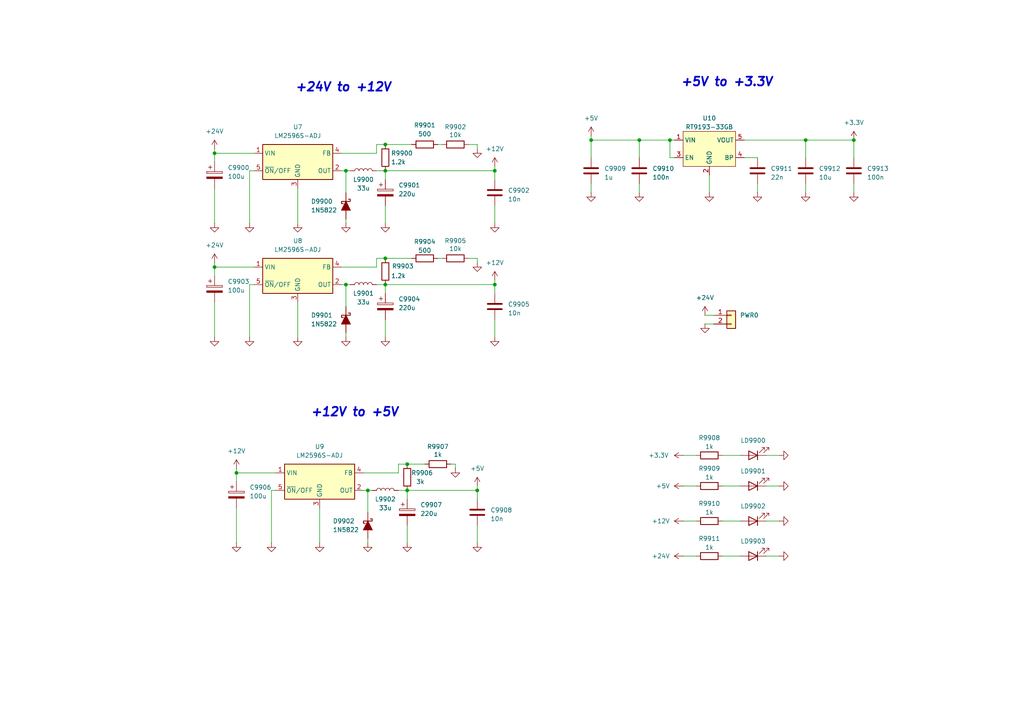
<source format=kicad_sch>
(kicad_sch (version 20250114) (generator "eeschema") (generator_version "9.0")
  (paper "A4")
  (title_block (company "Филимонов и К") (comment 1 "Питание") (comment 2 "Филимонов С.В.") (comment 3 "Семеренко Д.А.") (comment 4 "Тищенко Л.А."))
  (lib_symbols
    (symbol "Connector_Generic:Conn_01x02" (pin_names (offset 1.016) (hide yes))
      (property "Reference" "J" (at 0 2.54 0))
      (property "Value" "Conn_01x02" (at 0 -5.08 0))
      (symbol "Conn_01x02_1_1"
        (rectangle (start -1.27 1.27) (end 1.27 -3.81) (stroke (width 0.254)) (fill (type background)))
        (rectangle (start -1.27 0.127) (end 0 -0.127) (stroke (width 0.1524)))
        (rectangle (start -1.27 -2.413) (end 0 -2.667) (stroke (width 0.1524)))
        (pin passive line (at -5.08 0 0) (length 3.81) (name "Pin_1") (number "1"))
        (pin passive line (at -5.08 -2.54 0) (length 3.81) (name "Pin_2") (number "2"))
      )
    )
    (symbol "Device:C" (pin_numbers (hide yes)) (pin_names (offset 0.254))
      (property "Reference" "C" (at 0.635 2.54 0))
      (property "Value" "C" (at 0.635 -2.54 0))
      (symbol "C_0_1"
        (polyline (pts (xy -2.032 0.762) (xy 2.032 0.762)) (stroke (width 0.508)))
        (polyline (pts (xy -2.032 -0.762) (xy 2.032 -0.762)) (stroke (width 0.508)))
      )
      (symbol "C_1_1"
        (pin passive line (at 0 3.81 270) (length 2.794) (name "~") (number "1"))
        (pin passive line (at 0 -3.81 90) (length 2.794) (name "~") (number "2"))
      )
    )
    (symbol "Device:C_Polarized" (pin_numbers (hide yes)) (pin_names (offset 0.254))
      (property "Reference" "C" (at 0.635 2.54 0))
      (property "Value" "C_Polarized" (at 0.635 -2.54 0))
      (symbol "C_Polarized_0_1"
        (rectangle (start -2.286 0.508) (end 2.286 1.016))
        (polyline (pts (xy -1.778 2.286) (xy -0.762 2.286)))
        (polyline (pts (xy -1.27 2.794) (xy -1.27 1.778)))
        (rectangle (start 2.286 -0.508) (end -2.286 -1.016) (fill (type outline)))
      )
      (symbol "C_Polarized_1_1"
        (pin passive line (at 0 3.81 270) (length 2.794) (name "~") (number "1"))
        (pin passive line (at 0 -3.81 90) (length 2.794) (name "~") (number "2"))
      )
    )
    (symbol "Device:L" (pin_numbers (hide yes)) (pin_names (offset 1.016) (hide yes))
      (property "Reference" "L" (at -1.27 0 90))
      (property "Value" "L" (at 1.905 0 90))
      (symbol "L_0_1"
        (arc (start 0 2.54) (mid 0.6323 1.905) (end 0 1.27))
        (arc (start 0 1.27) (mid 0.6323 0.635) (end 0 0))
        (arc (start 0 0) (mid 0.6323 -0.635) (end 0 -1.27))
        (arc (start 0 -1.27) (mid 0.6323 -1.905) (end 0 -2.54))
      )
      (symbol "L_1_1"
        (pin passive line (at 0 3.81 270) (length 1.27) (name "1") (number "1"))
        (pin passive line (at 0 -3.81 90) (length 1.27) (name "2") (number "2"))
      )
    )
    (symbol "Device:LED" (pin_numbers (hide yes)) (pin_names (offset 1.016) (hide yes))
      (property "Reference" "D" (at 0 2.54 0))
      (property "Value" "LED" (at 0 -2.54 0))
      (symbol "LED_0_1"
        (polyline (pts (xy -3.048 -0.762) (xy -4.572 -2.286) (xy -3.81 -2.286) (xy -4.572 -2.286) (xy -4.572 -1.524)))
        (polyline (pts (xy -1.778 -0.762) (xy -3.302 -2.286) (xy -2.54 -2.286) (xy -3.302 -2.286) (xy -3.302 -1.524)))
        (polyline (pts (xy -1.27 0) (xy 1.27 0)))
        (polyline (pts (xy -1.27 -1.27) (xy -1.27 1.27)) (stroke (width 0.254)))
        (polyline (pts (xy 1.27 -1.27) (xy 1.27 1.27) (xy -1.27 0) (xy 1.27 -1.27)) (stroke (width 0.254)))
      )
      (symbol "LED_1_1"
        (pin passive line (at -3.81 0 0) (length 2.54) (name "K") (number "1"))
        (pin passive line (at 3.81 0 180) (length 2.54) (name "A") (number "2"))
      )
    )
    (symbol "Device:R" (pin_numbers (hide yes)) (pin_names (offset 0))
      (property "Reference" "R" (at 2.032 0 90))
      (property "Value" "R" (at 0 0 90))
      (symbol "R_0_1"
        (rectangle (start -1.016 -2.54) (end 1.016 2.54) (stroke (width 0.254)))
      )
      (symbol "R_1_1"
        (pin passive line (at 0 3.81 270) (length 1.27) (name "~") (number "1"))
        (pin passive line (at 0 -3.81 90) (length 1.27) (name "~") (number "2"))
      )
    )
    (symbol "PCM_Diode_Schottky_AKL:1N5822" (pin_numbers (hide yes)) (pin_names (offset 1.016) (hide yes))
      (property "Reference" "D" (at 0 5.08 0))
      (property "Value" "1N5822" (at 0 2.54 0))
      (symbol "1N5822_0_1"
        (polyline (pts (xy -1.27 0) (xy 1.27 0)))
        (polyline (pts (xy -1.27 -1.27) (xy -1.27 1.27) (xy 1.27 0) (xy -1.27 -1.27)) (stroke (width 0.254)) (fill (type outline)))
        (polyline (pts (xy 1.905 -0.762) (xy 1.905 -1.27) (xy 1.27 -1.27) (xy 1.27 1.27) (xy 0.635 1.27) (xy 0.635 0.762)) (stroke (width 0.254)))
      )
      (symbol "1N5822_0_2"
        (polyline (pts (xy -2.54 -2.54) (xy 2.54 2.54)))
        (polyline (pts (xy -0.889 -0.889) (xy -1.778 0) (xy 0.889 0.889) (xy 0 -1.778) (xy -0.889 -0.889)) (stroke (width 0.254)) (fill (type outline)))
        (polyline (pts (xy 0 1.778) (xy 1.778 0)) (stroke (width 0.254)))
        (polyline (pts (xy 0 1.778) (xy -0.381 1.397) (xy 0 1.016)) (stroke (width 0.254)))
        (polyline (pts (xy 1.778 0) (xy 2.159 0.381) (xy 1.778 0.762)) (stroke (width 0.254)))
      )
      (symbol "1N5822_1_1"
        (pin passive line (at -3.81 0 0) (length 2.54) (name "A") (number "2"))
        (pin passive line (at 3.81 0 180) (length 2.54) (name "K") (number "1"))
      )
      (symbol "1N5822_1_2"
        (pin passive line (at -2.54 -2.54 0) (length 0) (name "A") (number "2"))
        (pin passive line (at 2.54 2.54 180) (length 0) (name "K") (number "1"))
      )
    )
    (symbol "Regulator_Switching:LM2596S-ADJ"
      (property "Reference" "U" (at -10.16 6.35 0))
      (property "Value" "LM2596S-ADJ" (at 0 6.35 0))
      (symbol "LM2596S-ADJ_0_1"
        (rectangle (start -10.16 5.08) (end 10.16 -5.08) (stroke (width 0.254)) (fill (type background)))
      )
      (symbol "LM2596S-ADJ_1_1"
        (pin power_in line (at -12.7 2.54 0) (length 2.54) (name "VIN") (number "1"))
        (pin input line (at -12.7 -2.54 0) (length 2.54) (name "~{ON}/OFF") (number "5"))
        (pin power_in line (at 0 -7.62 90) (length 2.54) (name "GND") (number "3"))
        (pin input line (at 12.7 2.54 180) (length 2.54) (name "FB") (number "4"))
        (pin output line (at 12.7 -2.54 180) (length 2.54) (name "OUT") (number "2"))
      )
    )
    (symbol "myLibrary:RT9193"
      (property "Reference" "U" (at 0 8.89 0))
      (property "Value" "RT9193" (at 0 6.35 0))
      (symbol "RT9193_0_1"
        (rectangle (start -7.62 5.08) (end 7.62 -5.08) (fill (type background)))
      )
      (symbol "RT9193_1_1"
        (pin power_in line (at -10.16 2.54 0) (length 2.54) (name "VIN") (number "1"))
        (pin input line (at -10.16 -2.54 0) (length 2.54) (name "EN") (number "3"))
        (pin power_in line (at 0 -7.62 90) (length 2.54) (name "GND") (number "2"))
        (pin power_out line (at 10.16 2.54 180) (length 2.54) (name "VOUT") (number "5"))
        (pin input line (at 10.16 -2.54 180) (length 2.54) (name "BP") (number "4"))
      )
    )
    (symbol "power:+12V" (power) (pin_numbers (hide yes)) (pin_names (offset 0) (hide yes))
      (property "Value" "+12V" (at 0 3.556 0))
      (symbol "+12V_0_1"
        (polyline (pts (xy -0.762 1.27) (xy 0 2.54)))
        (polyline (pts (xy 0 2.54) (xy 0.762 1.27)))
        (polyline (pts (xy 0 0) (xy 0 2.54)))
      )
      (symbol "+12V_1_1"
        (pin power_in line (at 0 0 90) (length 0) (name "~") (number "1"))
      )
    )
    (symbol "power:+24V" (power) (pin_numbers (hide yes)) (pin_names (offset 0) (hide yes))
      (property "Value" "+24V" (at 0 3.556 0))
      (symbol "+24V_0_1"
        (polyline (pts (xy -0.762 1.27) (xy 0 2.54)))
        (polyline (pts (xy 0 2.54) (xy 0.762 1.27)))
        (polyline (pts (xy 0 0) (xy 0 2.54)))
      )
      (symbol "+24V_1_1"
        (pin power_in line (at 0 0 90) (length 0) (name "~") (number "1"))
      )
    )
    (symbol "power:+3.3V" (power) (pin_numbers (hide yes)) (pin_names (offset 0) (hide yes))
      (property "Value" "+3.3V" (at 0 3.556 0))
      (symbol "+3.3V_0_1"
        (polyline (pts (xy -0.762 1.27) (xy 0 2.54)))
        (polyline (pts (xy 0 2.54) (xy 0.762 1.27)))
        (polyline (pts (xy 0 0) (xy 0 2.54)))
      )
      (symbol "+3.3V_1_1"
        (pin power_in line (at 0 0 90) (length 0) (name "~") (number "1"))
      )
    )
    (symbol "power:+5V" (power) (pin_numbers (hide yes)) (pin_names (offset 0) (hide yes))
      (property "Value" "+5V" (at 0 3.556 0))
      (symbol "+5V_0_1"
        (polyline (pts (xy -0.762 1.27) (xy 0 2.54)))
        (polyline (pts (xy 0 2.54) (xy 0.762 1.27)))
        (polyline (pts (xy 0 0) (xy 0 2.54)))
      )
      (symbol "+5V_1_1"
        (pin power_in line (at 0 0 90) (length 0) (name "~") (number "1"))
      )
    )
    (symbol "power:GND" (power) (pin_numbers (hide yes)) (pin_names (offset 0) (hide yes))
      (property "Value" "GND" (at 0 -3.81 0))
      (symbol "GND_0_1"
        (polyline (pts (xy 0 0) (xy 0 -1.27) (xy 1.27 -1.27) (xy 0 -2.54) (xy -1.27 -1.27) (xy 0 -1.27)))
      )
      (symbol "GND_1_1"
        (pin power_in line (at 0 0 270) (length 0) (name "~") (number "1"))
      )
    )
  )
  (text "+12V to +5V" (at 102.87 119.634 0) (effects (font (size 2.5 2.5) (thickness 0.5) (bold yes) (italic yes))))
  (text "+5V to +3.3V" (at 210.82 23.876 0) (effects (font (size 2.5 2.5) (thickness 0.5) (bold yes) (italic yes))))
  (text "+24V to +12V" (at 99.568 25.4 0) (effects (font (size 2.5 2.5) (thickness 0.5) (bold yes) (italic yes))))
  (junction (at 233.68 40.64))
  (junction (at 118.11 142.24))
  (junction (at 106.68 142.24))
  (junction (at 111.76 74.93))
  (junction (at 171.45 40.64))
  (junction (at 111.76 49.53))
  (junction (at 62.23 44.45))
  (junction (at 100.33 49.53))
  (junction (at 111.76 41.91))
  (junction (at 143.51 82.55))
  (junction (at 100.33 82.55))
  (junction (at 194.31 40.64))
  (junction (at 138.43 142.24))
  (junction (at 247.65 40.64))
  (junction (at 143.51 49.53))
  (junction (at 62.23 77.47))
  (junction (at 68.58 137.16))
  (junction (at 118.11 134.62))
  (junction (at 185.42 40.64))
  (junction (at 111.76 82.55))
  (wire (pts (xy 222.25 161.29) (xy 226.06 161.29)))
  (wire (pts (xy 127 41.91) (xy 128.27 41.91)))
  (wire (pts (xy 209.55 132.08) (xy 214.63 132.08)))
  (wire (pts (xy 111.76 82.55) (xy 143.51 82.55)))
  (wire (pts (xy 171.45 40.64) (xy 171.45 45.72)))
  (wire (pts (xy 138.43 74.93) (xy 135.89 74.93)))
  (wire (pts (xy 143.51 85.09) (xy 143.51 82.55)))
  (wire (pts (xy 111.76 74.93) (xy 119.38 74.93)))
  (wire (pts (xy 143.51 81.28) (xy 143.51 82.55)))
  (wire (pts (xy 138.43 144.78) (xy 138.43 142.24)))
  (wire (pts (xy 233.68 40.64) (xy 247.65 40.64)))
  (wire (pts (xy 115.57 142.24) (xy 118.11 142.24)))
  (wire (pts (xy 171.45 39.37) (xy 171.45 40.64)))
  (wire (pts (xy 111.76 92.71) (xy 111.76 97.79)))
  (wire (pts (xy 209.55 151.13) (xy 214.63 151.13)))
  (wire (pts (xy 138.43 41.91) (xy 135.89 41.91)))
  (wire (pts (xy 100.33 63.5) (xy 100.33 64.77)))
  (wire (pts (xy 73.66 77.47) (xy 62.23 77.47)))
  (wire (pts (xy 219.71 53.34) (xy 219.71 55.88)))
  (wire (pts (xy 72.39 49.53) (xy 72.39 64.77)))
  (wire (pts (xy 111.76 41.91) (xy 119.38 41.91)))
  (wire (pts (xy 215.9 40.64) (xy 233.68 40.64)))
  (wire (pts (xy 106.68 142.24) (xy 107.95 142.24)))
  (wire (pts (xy 198.12 140.97) (xy 201.93 140.97)))
  (wire (pts (xy 115.57 137.16) (xy 115.57 134.62)))
  (wire (pts (xy 185.42 53.34) (xy 185.42 55.88)))
  (wire (pts (xy 68.58 137.16) (xy 80.01 137.16)))
  (wire (pts (xy 106.68 156.21) (xy 106.68 157.48)))
  (wire (pts (xy 198.12 151.13) (xy 201.93 151.13)))
  (wire (pts (xy 205.74 50.8) (xy 205.74 55.88)))
  (wire (pts (xy 115.57 134.62) (xy 118.11 134.62)))
  (wire (pts (xy 138.43 76.2) (xy 138.43 74.93)))
  (wire (pts (xy 100.33 49.53) (xy 99.06 49.53)))
  (wire (pts (xy 62.23 77.47) (xy 62.23 80.01)))
  (wire (pts (xy 171.45 40.64) (xy 185.42 40.64)))
  (wire (pts (xy 247.65 40.64) (xy 247.65 45.72)))
  (wire (pts (xy 127 74.93) (xy 128.27 74.93)))
  (wire (pts (xy 194.31 45.72) (xy 195.58 45.72)))
  (wire (pts (xy 194.31 40.64) (xy 195.58 40.64)))
  (wire (pts (xy 105.41 137.16) (xy 115.57 137.16)))
  (wire (pts (xy 198.12 132.08) (xy 201.93 132.08)))
  (wire (pts (xy 68.58 147.32) (xy 68.58 157.48)))
  (wire (pts (xy 68.58 137.16) (xy 68.58 139.7)))
  (wire (pts (xy 109.22 49.53) (xy 111.76 49.53)))
  (wire (pts (xy 194.31 40.64) (xy 194.31 45.72)))
  (wire (pts (xy 143.51 92.71) (xy 143.51 97.79)))
  (wire (pts (xy 62.23 44.45) (xy 62.23 46.99)))
  (wire (pts (xy 109.22 74.93) (xy 111.76 74.93)))
  (wire (pts (xy 209.55 140.97) (xy 214.63 140.97)))
  (wire (pts (xy 111.76 49.53) (xy 143.51 49.53)))
  (wire (pts (xy 86.36 54.61) (xy 86.36 64.77)))
  (wire (pts (xy 118.11 142.24) (xy 138.43 142.24)))
  (wire (pts (xy 100.33 96.52) (xy 100.33 97.79)))
  (wire (pts (xy 143.51 48.26) (xy 143.51 49.53)))
  (wire (pts (xy 247.65 53.34) (xy 247.65 55.88)))
  (wire (pts (xy 100.33 49.53) (xy 101.6 49.53)))
  (wire (pts (xy 118.11 152.4) (xy 118.11 157.48)))
  (wire (pts (xy 62.23 87.63) (xy 62.23 97.79)))
  (wire (pts (xy 143.51 59.69) (xy 143.51 64.77)))
  (wire (pts (xy 73.66 44.45) (xy 62.23 44.45)))
  (wire (pts (xy 111.76 59.69) (xy 111.76 64.77)))
  (wire (pts (xy 171.45 53.34) (xy 171.45 55.88)))
  (wire (pts (xy 219.71 45.72) (xy 215.9 45.72)))
  (wire (pts (xy 72.39 49.53) (xy 73.66 49.53)))
  (wire (pts (xy 185.42 40.64) (xy 194.31 40.64)))
  (wire (pts (xy 106.68 148.59) (xy 106.68 142.24)))
  (wire (pts (xy 109.22 41.91) (xy 111.76 41.91)))
  (wire (pts (xy 198.12 161.29) (xy 201.93 161.29)))
  (wire (pts (xy 68.58 135.89) (xy 68.58 137.16)))
  (wire (pts (xy 78.74 142.24) (xy 80.01 142.24)))
  (wire (pts (xy 92.71 147.32) (xy 92.71 157.48)))
  (wire (pts (xy 72.39 82.55) (xy 72.39 97.79)))
  (wire (pts (xy 222.25 151.13) (xy 226.06 151.13)))
  (wire (pts (xy 62.23 43.18) (xy 62.23 44.45)))
  (wire (pts (xy 109.22 77.47) (xy 109.22 74.93)))
  (wire (pts (xy 204.47 91.44) (xy 207.01 91.44)))
  (wire (pts (xy 109.22 82.55) (xy 111.76 82.55)))
  (wire (pts (xy 72.39 82.55) (xy 73.66 82.55)))
  (wire (pts (xy 204.47 93.98) (xy 207.01 93.98)))
  (wire (pts (xy 118.11 144.78) (xy 118.11 142.24)))
  (wire (pts (xy 138.43 140.97) (xy 138.43 142.24)))
  (wire (pts (xy 118.11 134.62) (xy 123.19 134.62)))
  (wire (pts (xy 109.22 44.45) (xy 109.22 41.91)))
  (wire (pts (xy 143.51 52.07) (xy 143.51 49.53)))
  (wire (pts (xy 132.08 135.89) (xy 132.08 134.62)))
  (wire (pts (xy 111.76 85.09) (xy 111.76 82.55)))
  (wire (pts (xy 185.42 40.64) (xy 185.42 45.72)))
  (wire (pts (xy 233.68 53.34) (xy 233.68 55.88)))
  (wire (pts (xy 99.06 44.45) (xy 109.22 44.45)))
  (wire (pts (xy 62.23 54.61) (xy 62.23 64.77)))
  (wire (pts (xy 86.36 87.63) (xy 86.36 97.79)))
  (wire (pts (xy 138.43 152.4) (xy 138.43 157.48)))
  (wire (pts (xy 209.55 161.29) (xy 214.63 161.29)))
  (wire (pts (xy 111.76 52.07) (xy 111.76 49.53)))
  (wire (pts (xy 78.74 142.24) (xy 78.74 157.48)))
  (wire (pts (xy 99.06 77.47) (xy 109.22 77.47)))
  (wire (pts (xy 222.25 140.97) (xy 226.06 140.97)))
  (wire (pts (xy 222.25 132.08) (xy 226.06 132.08)))
  (wire (pts (xy 100.33 82.55) (xy 101.6 82.55)))
  (wire (pts (xy 100.33 55.88) (xy 100.33 49.53)))
  (wire (pts (xy 62.23 76.2) (xy 62.23 77.47)))
  (wire (pts (xy 132.08 134.62) (xy 130.81 134.62)))
  (wire (pts (xy 106.68 142.24) (xy 105.41 142.24)))
  (wire (pts (xy 233.68 45.72) (xy 233.68 40.64)))
  (wire (pts (xy 100.33 82.55) (xy 99.06 82.55)))
  (wire (pts (xy 100.33 88.9) (xy 100.33 82.55)))
  (wire (pts (xy 138.43 43.18) (xy 138.43 41.91)))
  (symbol (lib_id "power:GND") (at 138.43 157.48 0) (unit 1)
    (property "Reference" "#PWR080" (effects (hide yes)))
    (property "Value" "GND" (effects (hide yes)))
    (property "Description" "Power symbol creates a global label with name \"GND\" , ground" (effects (hide yes)))
  )
  (symbol (lib_id "Device:R") (at 111.76 45.72 0) (unit 1)
    (property "Reference" "R9900" (at 116.586 44.45 0))
    (property "Value" "1.2k" (at 115.57 46.99 0))
    (property "Footprint" "Resistor_SMD:R_0805_2012Metric" (effects (hide yes)))
  )
  (symbol (lib_id "Device:C_Polarized") (at 62.23 50.8 0) (unit 1)
    (property "Reference" "C9900" (at 66.04 48.6409 0) (effects (justify left)))
    (property "Value" "100u" (at 66.04 51.1809 0) (effects (justify left)))
    (property "Footprint" "Capacitor_SMD:C_0805_2012Metric" (effects (hide yes)))
    (property "Description" "Polarized capacitor" (effects (hide yes)))
  )
  (symbol (lib_id "power:+5V") (at 171.45 39.37 0) (unit 1)
    (property "Reference" "#PWR07" (effects (hide yes)))
    (property "Value" "+5V" (at 171.45 34.29 0))
    (property "Description" "Power symbol creates a global label with name \"+5V\"" (effects (hide yes)))
  )
  (symbol (lib_id "Regulator_Switching:LM2596S-ADJ") (at 86.36 46.99 0) (unit 1)
    (property "Reference" "U7" (at 86.36 36.83 0))
    (property "Value" "LM2596S-ADJ" (at 86.36 39.37 0))
    (property "Footprint" "PCM_Package_TO_SOT_SMD_AKL:TO-263-5_TabPin3_ThermalVias" (effects (hide yes)))
    (property "Datasheet" "http://www.ti.com/lit/ds/symlink/lm2596.pdf" (effects (hide yes)))
    (property "Description" "Adjustable 3A Step-Down Voltage Regulator, TO-263" (effects (hide yes)))
  )
  (symbol (lib_id "Device:R") (at 132.08 74.93 90) (unit 1)
    (property "Reference" "R9905" (at 132.08 69.85 90))
    (property "Value" "10k" (at 132.08 72.136 90))
    (property "Footprint" "Resistor_SMD:R_0805_2012Metric" (effects (hide yes)))
  )
  (symbol (lib_id "power:GND") (at 233.68 55.88 0) (unit 1)
    (property "Reference" "#PWR04" (effects (hide yes)))
    (property "Value" "GND" (effects (hide yes)))
    (property "Description" "Power symbol creates a global label with name \"GND\" , ground" (effects (hide yes)))
  )
  (symbol (lib_id "power:GND") (at 92.71 157.48 0) (unit 1)
    (property "Reference" "#PWR075" (effects (hide yes)))
    (property "Value" "GND" (effects (hide yes)))
    (property "Description" "Power symbol creates a global label with name \"GND\" , ground" (effects (hide yes)))
  )
  (symbol (lib_id "power:GND") (at 143.51 64.77 0) (unit 1)
    (property "Reference" "#PWR061" (effects (hide yes)))
    (property "Value" "GND" (effects (hide yes)))
    (property "Description" "Power symbol creates a global label with name \"GND\" , ground" (effects (hide yes)))
  )
  (symbol (lib_id "power:GND") (at 72.39 64.77 0) (unit 1)
    (property "Reference" "#PWR056" (effects (hide yes)))
    (property "Value" "GND" (effects (hide yes)))
    (property "Description" "Power symbol creates a global label with name \"GND\" , ground" (effects (hide yes)))
  )
  (symbol (lib_id "Device:C") (at 143.51 55.88 180) (unit 1)
    (property "Reference" "C9902" (at 147.32 55.245 0) (effects (justify right)))
    (property "Value" "10n" (at 147.32 57.785 0) (effects (justify right)))
    (property "Footprint" "Capacitor_SMD:C_0805_2012Metric" (effects (hide yes)))
  )
  (symbol (lib_id "power:+3.3V") (at 198.12 132.08 90) (unit 1)
    (property "Reference" "#PWR038" (effects (hide yes)))
    (property "Value" "+3.3V" (at 191.008 132.08 90))
    (property "Description" "Power symbol creates a global label with name \"+3.3V\"" (effects (hide yes)))
  )
  (symbol (lib_id "power:GND") (at 226.06 151.13 90) (unit 1)
    (property "Reference" "#PWR0235" (effects (hide yes)))
    (property "Value" "GND" (effects (hide yes)))
    (property "Description" "Power symbol creates a global label with name \"GND\" , ground" (effects (hide yes)))
  )
  (symbol (lib_id "power:GND") (at 132.08 135.89 0) (unit 1)
    (property "Reference" "#PWR078" (effects (hide yes)))
    (property "Value" "GND" (effects (hide yes)))
    (property "Description" "Power symbol creates a global label with name \"GND\" , ground" (effects (hide yes)))
  )
  (symbol (lib_id "Device:L") (at 105.41 82.55 90) (unit 1)
    (property "Reference" "L9901" (at 105.41 85.09 90))
    (property "Value" "33u" (at 105.41 87.63 90))
    (property "Footprint" "Inductor_SMD:L_APV_APH0650" (effects (hide yes)))
    (property "Description" "Inductor" (effects (hide yes)))
  )
  (symbol (lib_id "power:+3.3V") (at 247.65 40.64 0) (unit 1)
    (property "Reference" "#PWR06" (effects (hide yes)))
    (property "Value" "+3.3V" (at 247.65 35.56 0))
    (property "Description" "Power symbol creates a global label with name \"+3.3V\"" (effects (hide yes)))
  )
  (symbol (lib_id "Device:LED") (at 218.44 132.08 180) (unit 1)
    (property "Reference" "LD9900" (at 218.44 127.762 0))
    (property "Footprint" "LED_SMD:LED_0805_2012Metric" (effects (hide yes)))
  )
  (symbol (lib_id "power:GND") (at 111.76 64.77 0) (unit 1)
    (property "Reference" "#PWR059" (effects (hide yes)))
    (property "Value" "GND" (effects (hide yes)))
    (property "Description" "Power symbol creates a global label with name \"GND\" , ground" (effects (hide yes)))
  )
  (symbol (lib_id "PCM_Diode_Schottky_AKL:1N5822") (at 106.68 152.4 90) (unit 1)
    (property "Reference" "D9902" (at 96.52 151.13 90) (effects (justify right)))
    (property "Value" "1N5822" (at 96.52 153.67 90) (effects (justify right)))
    (property "Footprint" "PCM_4ms_Diode:D_DO-214AC_SMA" (effects (hide yes)))
    (property "Datasheet" "https://www.tme.eu/Document/0e3ba29986d8cf49f92da19e697f30fa/1n5820-22.pdf" (effects (hide yes)))
    (property "Description" "DO-201AD Schottky diode, 40V, 3A, Alternate KiCAD Library" (effects (hide yes)))
  )
  (symbol (lib_id "power:GND") (at 205.74 55.88 0) (unit 1)
    (property "Reference" "#PWR08" (effects (hide yes)))
    (property "Value" "GND" (effects (hide yes)))
    (property "Description" "Power symbol creates a global label with name \"GND\" , ground" (effects (hide yes)))
  )
  (symbol (lib_id "Device:C") (at 143.51 88.9 180) (unit 1)
    (property "Reference" "C9905" (at 147.32 88.265 0) (effects (justify right)))
    (property "Value" "10n" (at 147.32 90.805 0) (effects (justify right)))
    (property "Footprint" "Capacitor_SMD:C_0805_2012Metric" (effects (hide yes)))
  )
  (symbol (lib_id "power:GND") (at 100.33 64.77 0) (unit 1)
    (property "Reference" "#PWR058" (effects (hide yes)))
    (property "Value" "GND" (effects (hide yes)))
    (property "Description" "Power symbol creates a global label with name \"GND\" , ground" (effects (hide yes)))
  )
  (symbol (lib_id "Regulator_Switching:LM2596S-ADJ") (at 92.71 139.7 0) (unit 1)
    (property "Reference" "U9" (at 92.71 129.54 0))
    (property "Value" "LM2596S-ADJ" (at 92.71 132.08 0))
    (property "Footprint" "PCM_Package_TO_SOT_SMD_AKL:TO-263-5_TabPin3_ThermalVias" (effects (hide yes)))
    (property "Datasheet" "http://www.ti.com/lit/ds/symlink/lm2596.pdf" (effects (hide yes)))
    (property "Description" "Adjustable 3A Step-Down Voltage Regulator, TO-263" (effects (hide yes)))
  )
  (symbol (lib_id "power:GND") (at 62.23 64.77 0) (unit 1)
    (property "Reference" "#PWR057" (effects (hide yes)))
    (property "Value" "GND" (effects (hide yes)))
    (property "Description" "Power symbol creates a global label with name \"GND\" , ground" (effects (hide yes)))
  )
  (symbol (lib_id "myLibrary:RT9193") (at 205.74 43.18 0) (unit 1)
    (property "Reference" "U10" (at 205.74 34.29 0))
    (property "Value" "RT9193-33GB" (at 205.74 36.83 0))
    (property "Footprint" "Package_TO_SOT_SMD:SOT-23-5" (effects (hide yes)))
    (property "Datasheet" "https://static.chipdip.ru/lib/728/DOC012728815.pdf" (effects (hide yes)))
  )
  (symbol (lib_id "power:GND") (at 143.51 97.79 0) (unit 1)
    (property "Reference" "#PWR071" (effects (hide yes)))
    (property "Value" "GND" (effects (hide yes)))
    (property "Description" "Power symbol creates a global label with name \"GND\" , ground" (effects (hide yes)))
  )
  (symbol (lib_id "power:GND") (at 106.68 157.48 0) (unit 1)
    (property "Reference" "#PWR076" (effects (hide yes)))
    (property "Value" "GND" (effects (hide yes)))
    (property "Description" "Power symbol creates a global label with name \"GND\" , ground" (effects (hide yes)))
  )
  (symbol (lib_id "Device:L") (at 111.76 142.24 90) (unit 1)
    (property "Reference" "L9902" (at 111.76 144.78 90))
    (property "Value" "33u" (at 111.76 147.32 90))
    (property "Footprint" "Inductor_SMD:L_APV_APH0650" (effects (hide yes)))
    (property "Description" "Inductor" (effects (hide yes)))
  )
  (symbol (lib_id "power:+12V") (at 198.12 151.13 90) (unit 1)
    (property "Reference" "#PWR0234" (effects (hide yes)))
    (property "Value" "+12V" (at 194.31 151.1299 90) (effects (justify left)))
    (property "Description" "Power symbol creates a global label with name \"+12V\"" (effects (hide yes)))
  )
  (symbol (lib_id "Device:R") (at 118.11 138.43 0) (unit 1)
    (property "Reference" "R9906" (at 122.428 137.16 0))
    (property "Value" "3k" (at 121.92 139.7 0))
    (property "Footprint" "Resistor_SMD:R_0805_2012Metric" (effects (hide yes)))
  )
  (symbol (lib_id "Connector_Generic:Conn_01x02") (at 212.09 91.44 0) (unit 1)
    (property "Reference" "PWR0" (at 214.63 91.4399 0) (effects (justify left)))
    (property "Value" "Conn_01x02" (effects (hide yes)))
    (property "Footprint" "Connector_PinHeader_2.54mm:KLS2" (effects (hide yes)))
    (property "Description" "Generic connector, single row, 01x02, script generated (kicad-library-utils/schlib/autogen/connector/)" (effects (hide yes)))
  )
  (symbol (lib_id "power:GND") (at 118.11 157.48 0) (unit 1)
    (property "Reference" "#PWR077" (effects (hide yes)))
    (property "Value" "GND" (effects (hide yes)))
    (property "Description" "Power symbol creates a global label with name \"GND\" , ground" (effects (hide yes)))
  )
  (symbol (lib_id "Device:C_Polarized") (at 62.23 83.82 0) (unit 1)
    (property "Reference" "C9903" (at 66.04 81.6609 0) (effects (justify left)))
    (property "Value" "100u" (at 66.04 84.2009 0) (effects (justify left)))
    (property "Footprint" "Capacitor_SMD:C_0805_2012Metric" (effects (hide yes)))
    (property "Description" "Polarized capacitor" (effects (hide yes)))
  )
  (symbol (lib_id "Device:LED") (at 218.44 151.13 180) (unit 1)
    (property "Reference" "LD9902" (at 218.44 146.812 0))
    (property "Footprint" "LED_SMD:LED_0805_2012Metric" (effects (hide yes)))
  )
  (symbol (lib_id "Device:C_Polarized") (at 118.11 148.59 0) (unit 1)
    (property "Reference" "C9907" (at 121.92 146.4309 0) (effects (justify left)))
    (property "Value" "220u" (at 121.92 148.9709 0) (effects (justify left)))
    (property "Footprint" "Capacitor_SMD:C_0805_2012Metric" (effects (hide yes)))
    (property "Description" "Polarized capacitor" (effects (hide yes)))
  )
  (symbol (lib_id "Device:R") (at 205.74 151.13 90) (unit 1)
    (property "Reference" "R9910" (at 205.74 146.05 90))
    (property "Value" "1k" (at 205.74 148.59 90))
    (property "Footprint" "Resistor_SMD:R_0805_2012Metric" (effects (hide yes)))
  )
  (symbol (lib_id "power:GND") (at 247.65 55.88 0) (unit 1)
    (property "Reference" "#PWR05" (effects (hide yes)))
    (property "Value" "GND" (effects (hide yes)))
    (property "Description" "Power symbol creates a global label with name \"GND\" , ground" (effects (hide yes)))
  )
  (symbol (lib_id "Device:C_Polarized") (at 68.58 143.51 0) (unit 1)
    (property "Reference" "C9906" (at 72.39 141.3509 0) (effects (justify left)))
    (property "Value" "100u" (at 72.39 143.8909 0) (effects (justify left)))
    (property "Footprint" "Capacitor_SMD:C_0805_2012Metric" (effects (hide yes)))
    (property "Description" "Polarized capacitor" (effects (hide yes)))
  )
  (symbol (lib_id "power:GND") (at 86.36 64.77 0) (unit 1)
    (property "Reference" "#PWR062" (effects (hide yes)))
    (property "Value" "GND" (effects (hide yes)))
    (property "Description" "Power symbol creates a global label with name \"GND\" , ground" (effects (hide yes)))
  )
  (symbol (lib_id "Device:R") (at 132.08 41.91 90) (unit 1)
    (property "Reference" "R9902" (at 132.08 36.83 90))
    (property "Value" "10k" (at 132.08 39.116 90))
    (property "Footprint" "Resistor_SMD:R_0805_2012Metric" (effects (hide yes)))
  )
  (symbol (lib_id "Device:LED") (at 218.44 140.97 180) (unit 1)
    (property "Reference" "LD9901" (at 218.44 136.652 0))
    (property "Footprint" "LED_SMD:LED_0805_2012Metric" (effects (hide yes)))
  )
  (symbol (lib_id "power:GND") (at 100.33 97.79 0) (unit 1)
    (property "Reference" "#PWR067" (effects (hide yes)))
    (property "Value" "GND" (effects (hide yes)))
    (property "Description" "Power symbol creates a global label with name \"GND\" , ground" (effects (hide yes)))
  )
  (symbol (lib_id "power:GND") (at 226.06 132.08 90) (unit 1)
    (property "Reference" "#PWR039" (effects (hide yes)))
    (property "Value" "GND" (effects (hide yes)))
    (property "Description" "Power symbol creates a global label with name \"GND\" , ground" (effects (hide yes)))
  )
  (symbol (lib_id "power:GND") (at 138.43 43.18 0) (unit 1)
    (property "Reference" "#PWR060" (effects (hide yes)))
    (property "Value" "GND" (effects (hide yes)))
    (property "Description" "Power symbol creates a global label with name \"GND\" , ground" (effects (hide yes)))
  )
  (symbol (lib_id "power:+24V") (at 204.47 91.44 0) (unit 1)
    (property "Reference" "#PWR0238" (effects (hide yes)))
    (property "Value" "+24V" (at 204.47 86.36 0))
    (property "Description" "Power symbol creates a global label with name \"+24V\"" (effects (hide yes)))
  )
  (symbol (lib_id "Device:R") (at 111.76 78.74 0) (unit 1)
    (property "Reference" "R9903" (at 116.84 77.216 0))
    (property "Value" "1.2k" (at 115.57 80.01 0))
    (property "Footprint" "Resistor_SMD:R_0805_2012Metric" (effects (hide yes)))
  )
  (symbol (lib_id "Device:C") (at 219.71 49.53 180) (unit 1)
    (property "Reference" "C9911" (at 223.52 48.895 0) (effects (justify right)))
    (property "Value" "22n" (at 223.52 51.435 0) (effects (justify right)))
    (property "Footprint" "Capacitor_SMD:C_0805_2012Metric" (effects (hide yes)))
  )
  (symbol (lib_id "power:+24V") (at 198.12 161.29 90) (unit 1)
    (property "Reference" "#PWR0236" (effects (hide yes)))
    (property "Value" "+24V" (at 194.31 161.2899 90) (effects (justify left)))
    (property "Description" "Power symbol creates a global label with name \"+24V\"" (effects (hide yes)))
  )
  (symbol (lib_id "Device:R") (at 127 134.62 90) (unit 1)
    (property "Reference" "R9907" (at 127 129.54 90))
    (property "Value" "1k" (at 127 131.826 90))
    (property "Footprint" "Resistor_SMD:R_0805_2012Metric" (effects (hide yes)))
  )
  (symbol (lib_id "power:GND") (at 226.06 161.29 90) (unit 1)
    (property "Reference" "#PWR0237" (effects (hide yes)))
    (property "Value" "GND" (effects (hide yes)))
    (property "Description" "Power symbol creates a global label with name \"GND\" , ground" (effects (hide yes)))
  )
  (symbol (lib_id "power:+12V") (at 143.51 48.26 0) (unit 1)
    (property "Reference" "#PWR055" (effects (hide yes)))
    (property "Value" "+12V" (at 143.51 43.18 0))
    (property "Description" "Power symbol creates a global label with name \"+12V\"" (effects (hide yes)))
  )
  (symbol (lib_id "Device:R") (at 123.19 74.93 90) (unit 1)
    (property "Reference" "R9904" (at 123.19 70.104 90))
    (property "Value" "500" (at 123.19 72.644 90))
    (property "Footprint" "Resistor_SMD:R_0805_2012Metric" (effects (hide yes)))
  )
  (symbol (lib_id "Device:C") (at 138.43 148.59 180) (unit 1)
    (property "Reference" "C9908" (at 142.24 147.955 0) (effects (justify right)))
    (property "Value" "10n" (at 142.24 150.495 0) (effects (justify right)))
    (property "Footprint" "Capacitor_SMD:C_0805_2012Metric" (effects (hide yes)))
  )
  (symbol (lib_id "Device:C") (at 247.65 49.53 180) (unit 1)
    (property "Reference" "C9913" (at 251.46 48.895 0) (effects (justify right)))
    (property "Value" "100n" (at 251.46 51.435 0) (effects (justify right)))
    (property "Footprint" "Capacitor_SMD:C_0805_2012Metric" (effects (hide yes)))
  )
  (symbol (lib_id "power:GND") (at 111.76 97.79 0) (unit 1)
    (property "Reference" "#PWR068" (effects (hide yes)))
    (property "Value" "GND" (effects (hide yes)))
    (property "Description" "Power symbol creates a global label with name \"GND\" , ground" (effects (hide yes)))
  )
  (symbol (lib_id "power:GND") (at 219.71 55.88 0) (unit 1)
    (property "Reference" "#PWR03" (effects (hide yes)))
    (property "Value" "GND" (effects (hide yes)))
    (property "Description" "Power symbol creates a global label with name \"GND\" , ground" (effects (hide yes)))
  )
  (symbol (lib_id "Device:C_Polarized") (at 111.76 55.88 0) (unit 1)
    (property "Reference" "C9901" (at 115.57 53.7209 0) (effects (justify left)))
    (property "Value" "220u" (at 115.57 56.2609 0) (effects (justify left)))
    (property "Footprint" "Capacitor_SMD:C_0805_2012Metric" (effects (hide yes)))
    (property "Description" "Polarized capacitor" (effects (hide yes)))
  )
  (symbol (lib_id "power:GND") (at 185.42 55.88 0) (unit 1)
    (property "Reference" "#PWR02" (effects (hide yes)))
    (property "Value" "GND" (effects (hide yes)))
    (property "Description" "Power symbol creates a global label with name \"GND\" , ground" (effects (hide yes)))
  )
  (symbol (lib_id "Regulator_Switching:LM2596S-ADJ") (at 86.36 80.01 0) (unit 1)
    (property "Reference" "U8" (at 86.36 69.85 0))
    (property "Value" "LM2596S-ADJ" (at 86.36 72.39 0))
    (property "Footprint" "PCM_Package_TO_SOT_SMD_AKL:TO-263-5_TabPin3_ThermalVias" (effects (hide yes)))
    (property "Datasheet" "http://www.ti.com/lit/ds/symlink/lm2596.pdf" (effects (hide yes)))
    (property "Description" "Adjustable 3A Step-Down Voltage Regulator, TO-263" (effects (hide yes)))
  )
  (symbol (lib_id "power:GND") (at 72.39 97.79 0) (unit 1)
    (property "Reference" "#PWR065" (effects (hide yes)))
    (property "Value" "GND" (effects (hide yes)))
    (property "Description" "Power symbol creates a global label with name \"GND\" , ground" (effects (hide yes)))
  )
  (symbol (lib_id "Device:C") (at 171.45 49.53 180) (unit 1)
    (property "Reference" "C9909" (at 175.26 48.895 0) (effects (justify right)))
    (property "Value" "1u" (at 175.26 51.435 0) (effects (justify right)))
    (property "Footprint" "Capacitor_SMD:C_0805_2012Metric" (effects (hide yes)))
  )
  (symbol (lib_id "Device:R") (at 205.74 140.97 90) (unit 1)
    (property "Reference" "R9909" (at 205.74 135.89 90))
    (property "Value" "1k" (at 205.74 138.43 90))
    (property "Footprint" "Resistor_SMD:R_0805_2012Metric" (effects (hide yes)))
  )
  (symbol (lib_id "power:+12V") (at 143.51 81.28 0) (unit 1)
    (property "Reference" "#PWR070" (effects (hide yes)))
    (property "Value" "+12V" (at 143.51 76.2 0))
    (property "Description" "Power symbol creates a global label with name \"+12V\"" (effects (hide yes)))
  )
  (symbol (lib_id "PCM_Diode_Schottky_AKL:1N5822") (at 100.33 59.69 90) (unit 1)
    (property "Reference" "D9900" (at 90.17 58.42 90) (effects (justify right)))
    (property "Value" "1N5822" (at 90.17 60.96 90) (effects (justify right)))
    (property "Footprint" "PCM_4ms_Diode:D_DO-214AC_SMA" (effects (hide yes)))
    (property "Datasheet" "https://www.tme.eu/Document/0e3ba29986d8cf49f92da19e697f30fa/1n5820-22.pdf" (effects (hide yes)))
    (property "Description" "DO-201AD Schottky diode, 40V, 3A, Alternate KiCAD Library" (effects (hide yes)))
  )
  (symbol (lib_id "power:+24V") (at 62.23 76.2 0) (unit 1)
    (property "Reference" "#PWR063" (effects (hide yes)))
    (property "Value" "+24V" (at 62.23 71.12 0))
    (property "Description" "Power symbol creates a global label with name \"+24V\"" (effects (hide yes)))
  )
  (symbol (lib_id "Device:C_Polarized") (at 111.76 88.9 0) (unit 1)
    (property "Reference" "C9904" (at 115.57 86.7409 0) (effects (justify left)))
    (property "Value" "220u" (at 115.57 89.2809 0) (effects (justify left)))
    (property "Footprint" "Capacitor_SMD:C_0805_2012Metric" (effects (hide yes)))
    (property "Description" "Polarized capacitor" (effects (hide yes)))
  )
  (symbol (lib_id "power:+12V") (at 68.58 135.89 0) (unit 1)
    (property "Reference" "#PWR072" (effects (hide yes)))
    (property "Value" "+12V" (at 68.58 130.81 0))
    (property "Description" "Power symbol creates a global label with name \"+12V\"" (effects (hide yes)))
  )
  (symbol (lib_id "Device:R") (at 205.74 132.08 90) (unit 1)
    (property "Reference" "R9908" (at 205.74 127 90))
    (property "Value" "1k" (at 205.74 129.54 90))
    (property "Footprint" "Resistor_SMD:R_0805_2012Metric" (effects (hide yes)))
  )
  (symbol (lib_id "Device:C") (at 233.68 49.53 180) (unit 1)
    (property "Reference" "C9912" (at 237.49 48.895 0) (effects (justify right)))
    (property "Value" "10u" (at 237.49 51.435 0) (effects (justify right)))
    (property "Footprint" "Capacitor_SMD:C_0805_2012Metric" (effects (hide yes)))
  )
  (symbol (lib_id "power:+5V") (at 138.43 140.97 0) (unit 1)
    (property "Reference" "#PWR079" (effects (hide yes)))
    (property "Value" "+5V" (at 138.43 135.89 0))
    (property "Description" "Power symbol creates a global label with name \"+5V\"" (effects (hide yes)))
  )
  (symbol (lib_id "power:GND") (at 68.58 157.48 0) (unit 1)
    (property "Reference" "#PWR073" (effects (hide yes)))
    (property "Value" "GND" (effects (hide yes)))
    (property "Description" "Power symbol creates a global label with name \"GND\" , ground" (effects (hide yes)))
  )
  (symbol (lib_id "power:+5V") (at 198.12 140.97 90) (unit 1)
    (property "Reference" "#PWR0232" (effects (hide yes)))
    (property "Value" "+5V" (at 194.31 140.9699 90) (effects (justify left)))
    (property "Description" "Power symbol creates a global label with name \"+5V\"" (effects (hide yes)))
  )
  (symbol (lib_id "Device:L") (at 105.41 49.53 90) (unit 1)
    (property "Reference" "L9900" (at 105.41 52.07 90))
    (property "Value" "33u" (at 105.41 54.61 90))
    (property "Footprint" "Inductor_SMD:L_APV_APH0650" (effects (hide yes)))
    (property "Description" "Inductor" (effects (hide yes)))
  )
  (symbol (lib_id "power:GND") (at 138.43 76.2 0) (unit 1)
    (property "Reference" "#PWR069" (effects (hide yes)))
    (property "Value" "GND" (effects (hide yes)))
    (property "Description" "Power symbol creates a global label with name \"GND\" , ground" (effects (hide yes)))
  )
  (symbol (lib_id "Device:R") (at 205.74 161.29 90) (unit 1)
    (property "Reference" "R9911" (at 205.74 156.21 90))
    (property "Value" "1k" (at 205.74 158.75 90))
    (property "Footprint" "Resistor_SMD:R_0805_2012Metric" (effects (hide yes)))
  )
  (symbol (lib_id "power:GND") (at 78.74 157.48 0) (unit 1)
    (property "Reference" "#PWR074" (effects (hide yes)))
    (property "Value" "GND" (effects (hide yes)))
    (property "Description" "Power symbol creates a global label with name \"GND\" , ground" (effects (hide yes)))
  )
  (symbol (lib_id "PCM_Diode_Schottky_AKL:1N5822") (at 100.33 92.71 90) (unit 1)
    (property "Reference" "D9901" (at 90.17 91.44 90) (effects (justify right)))
    (property "Value" "1N5822" (at 90.17 93.98 90) (effects (justify right)))
    (property "Footprint" "PCM_4ms_Diode:D_DO-214AC_SMA" (effects (hide yes)))
    (property "Datasheet" "https://www.tme.eu/Document/0e3ba29986d8cf49f92da19e697f30fa/1n5820-22.pdf" (effects (hide yes)))
    (property "Description" "DO-201AD Schottky diode, 40V, 3A, Alternate KiCAD Library" (effects (hide yes)))
  )
  (symbol (lib_id "power:+24V") (at 62.23 43.18 0) (unit 1)
    (property "Reference" "#PWR044" (effects (hide yes)))
    (property "Value" "+24V" (at 62.23 38.1 0))
    (property "Description" "Power symbol creates a global label with name \"+24V\"" (effects (hide yes)))
  )
  (symbol (lib_id "power:GND") (at 62.23 97.79 0) (unit 1)
    (property "Reference" "#PWR064" (effects (hide yes)))
    (property "Value" "GND" (effects (hide yes)))
    (property "Description" "Power symbol creates a global label with name \"GND\" , ground" (effects (hide yes)))
  )
  (symbol (lib_id "Device:C") (at 185.42 49.53 180) (unit 1)
    (property "Reference" "C9910" (at 189.23 48.895 0) (effects (justify right)))
    (property "Value" "100n" (at 189.23 51.435 0) (effects (justify right)))
    (property "Footprint" "Capacitor_SMD:C_0805_2012Metric" (effects (hide yes)))
  )
  (symbol (lib_id "power:GND") (at 86.36 97.79 0) (unit 1)
    (property "Reference" "#PWR066" (effects (hide yes)))
    (property "Value" "GND" (effects (hide yes)))
    (property "Description" "Power symbol creates a global label with name \"GND\" , ground" (effects (hide yes)))
  )
  (symbol (lib_id "power:GND") (at 226.06 140.97 90) (unit 1)
    (property "Reference" "#PWR0233" (effects (hide yes)))
    (property "Value" "GND" (effects (hide yes)))
    (property "Description" "Power symbol creates a global label with name \"GND\" , ground" (effects (hide yes)))
  )
  (symbol (lib_id "power:GND") (at 171.45 55.88 0) (unit 1)
    (property "Reference" "#PWR01" (effects (hide yes)))
    (property "Value" "GND" (effects (hide yes)))
    (property "Description" "Power symbol creates a global label with name \"GND\" , ground" (effects (hide yes)))
  )
  (symbol (lib_id "Device:R") (at 123.19 41.91 90) (unit 1)
    (property "Reference" "R9901" (at 123.19 36.322 90))
    (property "Value" "500" (at 123.19 38.862 90))
    (property "Footprint" "Resistor_SMD:R_0805_2012Metric" (effects (hide yes)))
  )
  (symbol (lib_id "Device:LED") (at 218.44 161.29 180) (unit 1)
    (property "Reference" "LD9903" (at 218.44 156.972 0))
    (property "Footprint" "LED_SMD:LED_0805_2012Metric" (effects (hide yes)))
  )
  (symbol (lib_id "power:GND") (at 204.47 93.98 0) (unit 1)
    (property "Reference" "#PWR0239" (effects (hide yes)))
    (property "Value" "GND" (effects (hide yes)))
    (property "Description" "Power symbol creates a global label with name \"GND\" , ground" (effects (hide yes)))
  )
)
</source>
